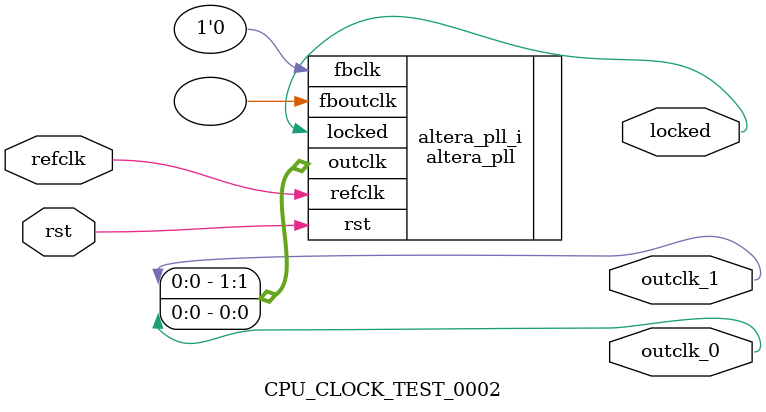
<source format=v>
`timescale 1ns/10ps
module  CPU_CLOCK_TEST_0002(

	// interface 'refclk'
	input wire refclk,

	// interface 'reset'
	input wire rst,

	// interface 'outclk0'
	output wire outclk_0,

	// interface 'outclk1'
	output wire outclk_1,

	// interface 'locked'
	output wire locked
);

	altera_pll #(
		.fractional_vco_multiplier("false"),
		.reference_clock_frequency("50.0 MHz"),
		.operation_mode("direct"),
		.number_of_clocks(2),
		.output_clock_frequency0("1.789819 MHz"),
		.phase_shift0("0 ps"),
		.duty_cycle0(50),
		.output_clock_frequency1("5.369458 MHz"),
		.phase_shift1("0 ps"),
		.duty_cycle1(50),
		.output_clock_frequency2("0 MHz"),
		.phase_shift2("0 ps"),
		.duty_cycle2(50),
		.output_clock_frequency3("0 MHz"),
		.phase_shift3("0 ps"),
		.duty_cycle3(50),
		.output_clock_frequency4("0 MHz"),
		.phase_shift4("0 ps"),
		.duty_cycle4(50),
		.output_clock_frequency5("0 MHz"),
		.phase_shift5("0 ps"),
		.duty_cycle5(50),
		.output_clock_frequency6("0 MHz"),
		.phase_shift6("0 ps"),
		.duty_cycle6(50),
		.output_clock_frequency7("0 MHz"),
		.phase_shift7("0 ps"),
		.duty_cycle7(50),
		.output_clock_frequency8("0 MHz"),
		.phase_shift8("0 ps"),
		.duty_cycle8(50),
		.output_clock_frequency9("0 MHz"),
		.phase_shift9("0 ps"),
		.duty_cycle9(50),
		.output_clock_frequency10("0 MHz"),
		.phase_shift10("0 ps"),
		.duty_cycle10(50),
		.output_clock_frequency11("0 MHz"),
		.phase_shift11("0 ps"),
		.duty_cycle11(50),
		.output_clock_frequency12("0 MHz"),
		.phase_shift12("0 ps"),
		.duty_cycle12(50),
		.output_clock_frequency13("0 MHz"),
		.phase_shift13("0 ps"),
		.duty_cycle13(50),
		.output_clock_frequency14("0 MHz"),
		.phase_shift14("0 ps"),
		.duty_cycle14(50),
		.output_clock_frequency15("0 MHz"),
		.phase_shift15("0 ps"),
		.duty_cycle15(50),
		.output_clock_frequency16("0 MHz"),
		.phase_shift16("0 ps"),
		.duty_cycle16(50),
		.output_clock_frequency17("0 MHz"),
		.phase_shift17("0 ps"),
		.duty_cycle17(50),
		.pll_type("General"),
		.pll_subtype("General")
	) altera_pll_i (
		.rst	(rst),
		.outclk	({outclk_1, outclk_0}),
		.locked	(locked),
		.fboutclk	( ),
		.fbclk	(1'b0),
		.refclk	(refclk)
	);
endmodule


</source>
